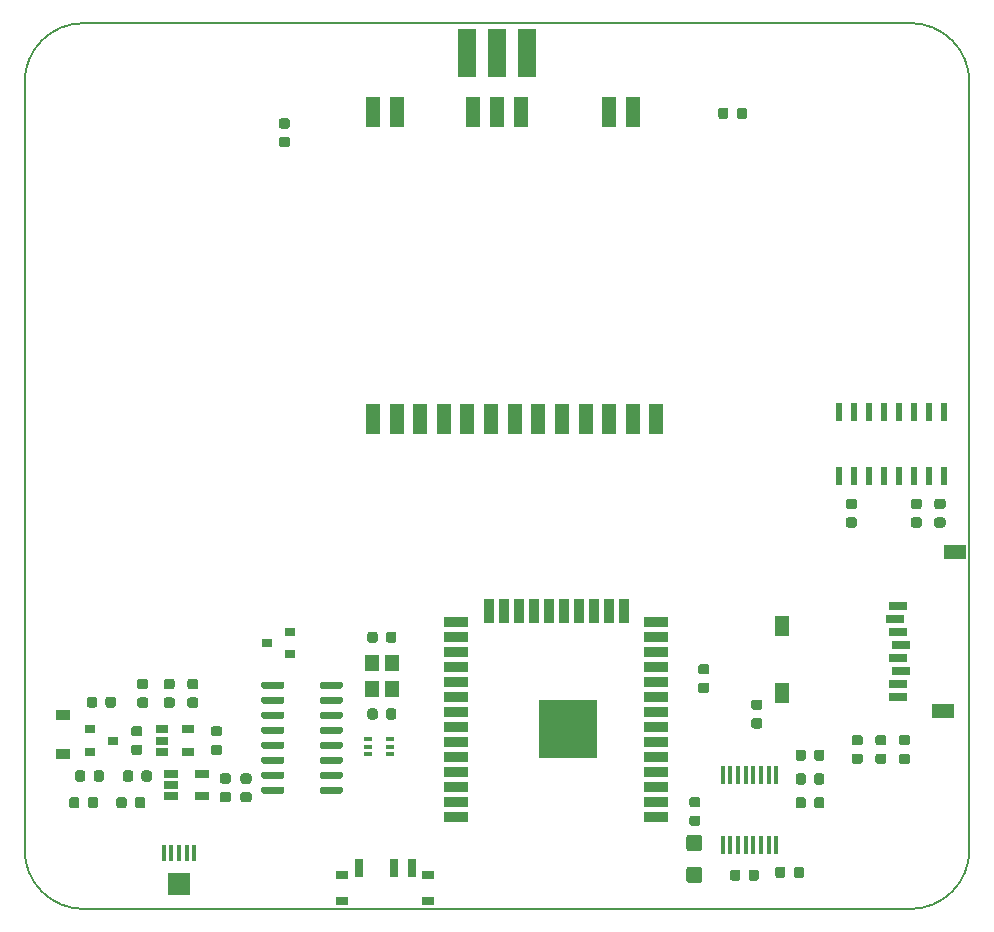
<source format=gbr>
%TF.GenerationSoftware,KiCad,Pcbnew,5.1.6-c6e7f7d~86~ubuntu20.04.1*%
%TF.CreationDate,2020-05-16T11:05:40+02:00*%
%TF.ProjectId,esp32_radio,65737033-325f-4726-9164-696f2e6b6963,V0.1*%
%TF.SameCoordinates,Original*%
%TF.FileFunction,Paste,Top*%
%TF.FilePolarity,Positive*%
%FSLAX46Y46*%
G04 Gerber Fmt 4.6, Leading zero omitted, Abs format (unit mm)*
G04 Created by KiCad (PCBNEW 5.1.6-c6e7f7d~86~ubuntu20.04.1) date 2020-05-16 11:05:40*
%MOMM*%
%LPD*%
G01*
G04 APERTURE LIST*
%TA.AperFunction,Profile*%
%ADD10C,0.150000*%
%TD*%
%ADD11R,2.000000X0.900000*%
%ADD12R,0.900000X2.000000*%
%ADD13R,5.000000X5.000000*%
%ADD14R,0.650000X0.400000*%
%ADD15R,1.200000X1.400000*%
%ADD16R,0.700000X1.500000*%
%ADD17R,1.000000X0.800000*%
%ADD18R,1.524000X4.064000*%
%ADD19R,1.500000X0.800000*%
%ADD20R,1.200000X1.800000*%
%ADD21R,1.900000X1.300000*%
%ADD22R,1.900000X1.900000*%
%ADD23R,0.400000X1.350000*%
%ADD24R,1.270000X2.540000*%
%ADD25R,0.450000X1.500000*%
%ADD26R,1.200000X0.900000*%
%ADD27R,0.900000X0.800000*%
%ADD28R,1.060000X0.650000*%
%ADD29R,1.220000X0.650000*%
%ADD30R,0.600000X1.500000*%
G04 APERTURE END LIST*
D10*
X107188000Y-109088000D02*
G75*
G03*
X112188000Y-114088000I5000000J0D01*
G01*
X182188000Y-114088000D02*
G75*
G03*
X187188000Y-109088000I0J5000000D01*
G01*
X187188000Y-44088000D02*
G75*
G03*
X182188000Y-39088000I-5000000J0D01*
G01*
X112188000Y-39088000D02*
G75*
G03*
X107188000Y-44088000I0J-5000000D01*
G01*
X182188000Y-39088000D02*
X112188000Y-39088000D01*
X187188000Y-109088000D02*
X187188000Y-44088000D01*
X112188000Y-114088000D02*
X182188000Y-114088000D01*
X107188000Y-44088000D02*
X107188000Y-109088000D01*
D11*
X143688000Y-106343000D03*
X143688000Y-105073000D03*
X143688000Y-103803000D03*
X143688000Y-102533000D03*
X143688000Y-101263000D03*
X143688000Y-99993000D03*
X143688000Y-98723000D03*
X143688000Y-97453000D03*
X143688000Y-96183000D03*
X143688000Y-94913000D03*
X143688000Y-93643000D03*
X143688000Y-92373000D03*
X143688000Y-91103000D03*
X143688000Y-89833000D03*
D12*
X146473000Y-88833000D03*
X147743000Y-88833000D03*
X149013000Y-88833000D03*
X150283000Y-88833000D03*
X151553000Y-88833000D03*
X152823000Y-88833000D03*
X154093000Y-88833000D03*
X155363000Y-88833000D03*
X156633000Y-88833000D03*
X157903000Y-88833000D03*
D11*
X160688000Y-89833000D03*
X160688000Y-91103000D03*
X160688000Y-92373000D03*
X160688000Y-93643000D03*
X160688000Y-94913000D03*
X160688000Y-96183000D03*
X160688000Y-97453000D03*
X160688000Y-98723000D03*
X160688000Y-99993000D03*
X160688000Y-101263000D03*
X160688000Y-102533000D03*
X160688000Y-103803000D03*
X160688000Y-105073000D03*
X160688000Y-106343000D03*
D13*
X153188000Y-98843000D03*
D14*
X136238000Y-100988000D03*
X136238000Y-99688000D03*
X138138000Y-100338000D03*
X136238000Y-100338000D03*
X138138000Y-99688000D03*
X138138000Y-100988000D03*
D15*
X136588000Y-95438000D03*
X136588000Y-93238000D03*
X138288000Y-93238000D03*
X138288000Y-95438000D03*
G36*
G01*
X134138000Y-103883000D02*
X134138000Y-104183000D01*
G75*
G02*
X133988000Y-104333000I-150000J0D01*
G01*
X132338000Y-104333000D01*
G75*
G02*
X132188000Y-104183000I0J150000D01*
G01*
X132188000Y-103883000D01*
G75*
G02*
X132338000Y-103733000I150000J0D01*
G01*
X133988000Y-103733000D01*
G75*
G02*
X134138000Y-103883000I0J-150000D01*
G01*
G37*
G36*
G01*
X134138000Y-102613000D02*
X134138000Y-102913000D01*
G75*
G02*
X133988000Y-103063000I-150000J0D01*
G01*
X132338000Y-103063000D01*
G75*
G02*
X132188000Y-102913000I0J150000D01*
G01*
X132188000Y-102613000D01*
G75*
G02*
X132338000Y-102463000I150000J0D01*
G01*
X133988000Y-102463000D01*
G75*
G02*
X134138000Y-102613000I0J-150000D01*
G01*
G37*
G36*
G01*
X134138000Y-101343000D02*
X134138000Y-101643000D01*
G75*
G02*
X133988000Y-101793000I-150000J0D01*
G01*
X132338000Y-101793000D01*
G75*
G02*
X132188000Y-101643000I0J150000D01*
G01*
X132188000Y-101343000D01*
G75*
G02*
X132338000Y-101193000I150000J0D01*
G01*
X133988000Y-101193000D01*
G75*
G02*
X134138000Y-101343000I0J-150000D01*
G01*
G37*
G36*
G01*
X134138000Y-100073000D02*
X134138000Y-100373000D01*
G75*
G02*
X133988000Y-100523000I-150000J0D01*
G01*
X132338000Y-100523000D01*
G75*
G02*
X132188000Y-100373000I0J150000D01*
G01*
X132188000Y-100073000D01*
G75*
G02*
X132338000Y-99923000I150000J0D01*
G01*
X133988000Y-99923000D01*
G75*
G02*
X134138000Y-100073000I0J-150000D01*
G01*
G37*
G36*
G01*
X134138000Y-98803000D02*
X134138000Y-99103000D01*
G75*
G02*
X133988000Y-99253000I-150000J0D01*
G01*
X132338000Y-99253000D01*
G75*
G02*
X132188000Y-99103000I0J150000D01*
G01*
X132188000Y-98803000D01*
G75*
G02*
X132338000Y-98653000I150000J0D01*
G01*
X133988000Y-98653000D01*
G75*
G02*
X134138000Y-98803000I0J-150000D01*
G01*
G37*
G36*
G01*
X134138000Y-97533000D02*
X134138000Y-97833000D01*
G75*
G02*
X133988000Y-97983000I-150000J0D01*
G01*
X132338000Y-97983000D01*
G75*
G02*
X132188000Y-97833000I0J150000D01*
G01*
X132188000Y-97533000D01*
G75*
G02*
X132338000Y-97383000I150000J0D01*
G01*
X133988000Y-97383000D01*
G75*
G02*
X134138000Y-97533000I0J-150000D01*
G01*
G37*
G36*
G01*
X134138000Y-96263000D02*
X134138000Y-96563000D01*
G75*
G02*
X133988000Y-96713000I-150000J0D01*
G01*
X132338000Y-96713000D01*
G75*
G02*
X132188000Y-96563000I0J150000D01*
G01*
X132188000Y-96263000D01*
G75*
G02*
X132338000Y-96113000I150000J0D01*
G01*
X133988000Y-96113000D01*
G75*
G02*
X134138000Y-96263000I0J-150000D01*
G01*
G37*
G36*
G01*
X134138000Y-94993000D02*
X134138000Y-95293000D01*
G75*
G02*
X133988000Y-95443000I-150000J0D01*
G01*
X132338000Y-95443000D01*
G75*
G02*
X132188000Y-95293000I0J150000D01*
G01*
X132188000Y-94993000D01*
G75*
G02*
X132338000Y-94843000I150000J0D01*
G01*
X133988000Y-94843000D01*
G75*
G02*
X134138000Y-94993000I0J-150000D01*
G01*
G37*
G36*
G01*
X129188000Y-94993000D02*
X129188000Y-95293000D01*
G75*
G02*
X129038000Y-95443000I-150000J0D01*
G01*
X127388000Y-95443000D01*
G75*
G02*
X127238000Y-95293000I0J150000D01*
G01*
X127238000Y-94993000D01*
G75*
G02*
X127388000Y-94843000I150000J0D01*
G01*
X129038000Y-94843000D01*
G75*
G02*
X129188000Y-94993000I0J-150000D01*
G01*
G37*
G36*
G01*
X129188000Y-96263000D02*
X129188000Y-96563000D01*
G75*
G02*
X129038000Y-96713000I-150000J0D01*
G01*
X127388000Y-96713000D01*
G75*
G02*
X127238000Y-96563000I0J150000D01*
G01*
X127238000Y-96263000D01*
G75*
G02*
X127388000Y-96113000I150000J0D01*
G01*
X129038000Y-96113000D01*
G75*
G02*
X129188000Y-96263000I0J-150000D01*
G01*
G37*
G36*
G01*
X129188000Y-97533000D02*
X129188000Y-97833000D01*
G75*
G02*
X129038000Y-97983000I-150000J0D01*
G01*
X127388000Y-97983000D01*
G75*
G02*
X127238000Y-97833000I0J150000D01*
G01*
X127238000Y-97533000D01*
G75*
G02*
X127388000Y-97383000I150000J0D01*
G01*
X129038000Y-97383000D01*
G75*
G02*
X129188000Y-97533000I0J-150000D01*
G01*
G37*
G36*
G01*
X129188000Y-98803000D02*
X129188000Y-99103000D01*
G75*
G02*
X129038000Y-99253000I-150000J0D01*
G01*
X127388000Y-99253000D01*
G75*
G02*
X127238000Y-99103000I0J150000D01*
G01*
X127238000Y-98803000D01*
G75*
G02*
X127388000Y-98653000I150000J0D01*
G01*
X129038000Y-98653000D01*
G75*
G02*
X129188000Y-98803000I0J-150000D01*
G01*
G37*
G36*
G01*
X129188000Y-100073000D02*
X129188000Y-100373000D01*
G75*
G02*
X129038000Y-100523000I-150000J0D01*
G01*
X127388000Y-100523000D01*
G75*
G02*
X127238000Y-100373000I0J150000D01*
G01*
X127238000Y-100073000D01*
G75*
G02*
X127388000Y-99923000I150000J0D01*
G01*
X129038000Y-99923000D01*
G75*
G02*
X129188000Y-100073000I0J-150000D01*
G01*
G37*
G36*
G01*
X129188000Y-101343000D02*
X129188000Y-101643000D01*
G75*
G02*
X129038000Y-101793000I-150000J0D01*
G01*
X127388000Y-101793000D01*
G75*
G02*
X127238000Y-101643000I0J150000D01*
G01*
X127238000Y-101343000D01*
G75*
G02*
X127388000Y-101193000I150000J0D01*
G01*
X129038000Y-101193000D01*
G75*
G02*
X129188000Y-101343000I0J-150000D01*
G01*
G37*
G36*
G01*
X129188000Y-102613000D02*
X129188000Y-102913000D01*
G75*
G02*
X129038000Y-103063000I-150000J0D01*
G01*
X127388000Y-103063000D01*
G75*
G02*
X127238000Y-102913000I0J150000D01*
G01*
X127238000Y-102613000D01*
G75*
G02*
X127388000Y-102463000I150000J0D01*
G01*
X129038000Y-102463000D01*
G75*
G02*
X129188000Y-102613000I0J-150000D01*
G01*
G37*
G36*
G01*
X129188000Y-103883000D02*
X129188000Y-104183000D01*
G75*
G02*
X129038000Y-104333000I-150000J0D01*
G01*
X127388000Y-104333000D01*
G75*
G02*
X127238000Y-104183000I0J150000D01*
G01*
X127238000Y-103883000D01*
G75*
G02*
X127388000Y-103733000I150000J0D01*
G01*
X129038000Y-103733000D01*
G75*
G02*
X129188000Y-103883000I0J-150000D01*
G01*
G37*
G36*
G01*
X137788000Y-91344250D02*
X137788000Y-90831750D01*
G75*
G02*
X138006750Y-90613000I218750J0D01*
G01*
X138444250Y-90613000D01*
G75*
G02*
X138663000Y-90831750I0J-218750D01*
G01*
X138663000Y-91344250D01*
G75*
G02*
X138444250Y-91563000I-218750J0D01*
G01*
X138006750Y-91563000D01*
G75*
G02*
X137788000Y-91344250I0J218750D01*
G01*
G37*
G36*
G01*
X136213000Y-91344250D02*
X136213000Y-90831750D01*
G75*
G02*
X136431750Y-90613000I218750J0D01*
G01*
X136869250Y-90613000D01*
G75*
G02*
X137088000Y-90831750I0J-218750D01*
G01*
X137088000Y-91344250D01*
G75*
G02*
X136869250Y-91563000I-218750J0D01*
G01*
X136431750Y-91563000D01*
G75*
G02*
X136213000Y-91344250I0J218750D01*
G01*
G37*
G36*
G01*
X137088000Y-97331750D02*
X137088000Y-97844250D01*
G75*
G02*
X136869250Y-98063000I-218750J0D01*
G01*
X136431750Y-98063000D01*
G75*
G02*
X136213000Y-97844250I0J218750D01*
G01*
X136213000Y-97331750D01*
G75*
G02*
X136431750Y-97113000I218750J0D01*
G01*
X136869250Y-97113000D01*
G75*
G02*
X137088000Y-97331750I0J-218750D01*
G01*
G37*
G36*
G01*
X138663000Y-97331750D02*
X138663000Y-97844250D01*
G75*
G02*
X138444250Y-98063000I-218750J0D01*
G01*
X138006750Y-98063000D01*
G75*
G02*
X137788000Y-97844250I0J218750D01*
G01*
X137788000Y-97331750D01*
G75*
G02*
X138006750Y-97113000I218750J0D01*
G01*
X138444250Y-97113000D01*
G75*
G02*
X138663000Y-97331750I0J-218750D01*
G01*
G37*
G36*
G01*
X123931750Y-104188000D02*
X124444250Y-104188000D01*
G75*
G02*
X124663000Y-104406750I0J-218750D01*
G01*
X124663000Y-104844250D01*
G75*
G02*
X124444250Y-105063000I-218750J0D01*
G01*
X123931750Y-105063000D01*
G75*
G02*
X123713000Y-104844250I0J218750D01*
G01*
X123713000Y-104406750D01*
G75*
G02*
X123931750Y-104188000I218750J0D01*
G01*
G37*
G36*
G01*
X123931750Y-102613000D02*
X124444250Y-102613000D01*
G75*
G02*
X124663000Y-102831750I0J-218750D01*
G01*
X124663000Y-103269250D01*
G75*
G02*
X124444250Y-103488000I-218750J0D01*
G01*
X123931750Y-103488000D01*
G75*
G02*
X123713000Y-103269250I0J218750D01*
G01*
X123713000Y-102831750D01*
G75*
G02*
X123931750Y-102613000I218750J0D01*
G01*
G37*
G36*
G01*
X164194250Y-105488000D02*
X163681750Y-105488000D01*
G75*
G02*
X163463000Y-105269250I0J218750D01*
G01*
X163463000Y-104831750D01*
G75*
G02*
X163681750Y-104613000I218750J0D01*
G01*
X164194250Y-104613000D01*
G75*
G02*
X164413000Y-104831750I0J-218750D01*
G01*
X164413000Y-105269250D01*
G75*
G02*
X164194250Y-105488000I-218750J0D01*
G01*
G37*
G36*
G01*
X164194250Y-107063000D02*
X163681750Y-107063000D01*
G75*
G02*
X163463000Y-106844250I0J218750D01*
G01*
X163463000Y-106406750D01*
G75*
G02*
X163681750Y-106188000I218750J0D01*
G01*
X164194250Y-106188000D01*
G75*
G02*
X164413000Y-106406750I0J-218750D01*
G01*
X164413000Y-106844250D01*
G75*
G02*
X164194250Y-107063000I-218750J0D01*
G01*
G37*
D16*
X135481500Y-110584000D03*
X138481500Y-110584000D03*
X139981500Y-110584000D03*
D17*
X134081500Y-113444000D03*
X141381500Y-113444000D03*
X141381500Y-111234000D03*
X134081500Y-111234000D03*
G36*
G01*
X129444250Y-49600500D02*
X128931750Y-49600500D01*
G75*
G02*
X128713000Y-49381750I0J218750D01*
G01*
X128713000Y-48944250D01*
G75*
G02*
X128931750Y-48725500I218750J0D01*
G01*
X129444250Y-48725500D01*
G75*
G02*
X129663000Y-48944250I0J-218750D01*
G01*
X129663000Y-49381750D01*
G75*
G02*
X129444250Y-49600500I-218750J0D01*
G01*
G37*
G36*
G01*
X129444250Y-48025500D02*
X128931750Y-48025500D01*
G75*
G02*
X128713000Y-47806750I0J218750D01*
G01*
X128713000Y-47369250D01*
G75*
G02*
X128931750Y-47150500I218750J0D01*
G01*
X129444250Y-47150500D01*
G75*
G02*
X129663000Y-47369250I0J-218750D01*
G01*
X129663000Y-47806750D01*
G75*
G02*
X129444250Y-48025500I-218750J0D01*
G01*
G37*
D18*
X144648000Y-41588000D03*
X149728000Y-41588000D03*
X147188000Y-41588000D03*
D19*
X181158000Y-96118000D03*
X181158000Y-95018000D03*
X181358000Y-93918000D03*
X181158000Y-92818000D03*
X181358000Y-91718000D03*
X181158000Y-90618000D03*
X180858000Y-89518000D03*
D20*
X171288000Y-90098000D03*
D21*
X184968000Y-97358000D03*
X185988000Y-83838000D03*
D19*
X181158000Y-88418000D03*
D20*
X171288000Y-95848000D03*
D22*
X120269000Y-112014000D03*
D23*
X118969000Y-109339000D03*
X119619000Y-109339000D03*
X121569000Y-109339000D03*
X120919000Y-109339000D03*
X120269000Y-109339000D03*
G36*
G01*
X112338000Y-102581750D02*
X112338000Y-103094250D01*
G75*
G02*
X112119250Y-103313000I-218750J0D01*
G01*
X111681750Y-103313000D01*
G75*
G02*
X111463000Y-103094250I0J218750D01*
G01*
X111463000Y-102581750D01*
G75*
G02*
X111681750Y-102363000I218750J0D01*
G01*
X112119250Y-102363000D01*
G75*
G02*
X112338000Y-102581750I0J-218750D01*
G01*
G37*
G36*
G01*
X113913000Y-102581750D02*
X113913000Y-103094250D01*
G75*
G02*
X113694250Y-103313000I-218750J0D01*
G01*
X113256750Y-103313000D01*
G75*
G02*
X113038000Y-103094250I0J218750D01*
G01*
X113038000Y-102581750D01*
G75*
G02*
X113256750Y-102363000I218750J0D01*
G01*
X113694250Y-102363000D01*
G75*
G02*
X113913000Y-102581750I0J-218750D01*
G01*
G37*
G36*
G01*
X125681750Y-104188000D02*
X126194250Y-104188000D01*
G75*
G02*
X126413000Y-104406750I0J-218750D01*
G01*
X126413000Y-104844250D01*
G75*
G02*
X126194250Y-105063000I-218750J0D01*
G01*
X125681750Y-105063000D01*
G75*
G02*
X125463000Y-104844250I0J218750D01*
G01*
X125463000Y-104406750D01*
G75*
G02*
X125681750Y-104188000I218750J0D01*
G01*
G37*
G36*
G01*
X125681750Y-102613000D02*
X126194250Y-102613000D01*
G75*
G02*
X126413000Y-102831750I0J-218750D01*
G01*
X126413000Y-103269250D01*
G75*
G02*
X126194250Y-103488000I-218750J0D01*
G01*
X125681750Y-103488000D01*
G75*
G02*
X125463000Y-103269250I0J218750D01*
G01*
X125463000Y-102831750D01*
G75*
G02*
X125681750Y-102613000I218750J0D01*
G01*
G37*
G36*
G01*
X174038000Y-105344250D02*
X174038000Y-104831750D01*
G75*
G02*
X174256750Y-104613000I218750J0D01*
G01*
X174694250Y-104613000D01*
G75*
G02*
X174913000Y-104831750I0J-218750D01*
G01*
X174913000Y-105344250D01*
G75*
G02*
X174694250Y-105563000I-218750J0D01*
G01*
X174256750Y-105563000D01*
G75*
G02*
X174038000Y-105344250I0J218750D01*
G01*
G37*
G36*
G01*
X172463000Y-105344250D02*
X172463000Y-104831750D01*
G75*
G02*
X172681750Y-104613000I218750J0D01*
G01*
X173119250Y-104613000D01*
G75*
G02*
X173338000Y-104831750I0J-218750D01*
G01*
X173338000Y-105344250D01*
G75*
G02*
X173119250Y-105563000I-218750J0D01*
G01*
X172681750Y-105563000D01*
G75*
G02*
X172463000Y-105344250I0J218750D01*
G01*
G37*
G36*
G01*
X174038000Y-103344250D02*
X174038000Y-102831750D01*
G75*
G02*
X174256750Y-102613000I218750J0D01*
G01*
X174694250Y-102613000D01*
G75*
G02*
X174913000Y-102831750I0J-218750D01*
G01*
X174913000Y-103344250D01*
G75*
G02*
X174694250Y-103563000I-218750J0D01*
G01*
X174256750Y-103563000D01*
G75*
G02*
X174038000Y-103344250I0J218750D01*
G01*
G37*
G36*
G01*
X172463000Y-103344250D02*
X172463000Y-102831750D01*
G75*
G02*
X172681750Y-102613000I218750J0D01*
G01*
X173119250Y-102613000D01*
G75*
G02*
X173338000Y-102831750I0J-218750D01*
G01*
X173338000Y-103344250D01*
G75*
G02*
X173119250Y-103563000I-218750J0D01*
G01*
X172681750Y-103563000D01*
G75*
G02*
X172463000Y-103344250I0J218750D01*
G01*
G37*
G36*
G01*
X119694250Y-95488000D02*
X119181750Y-95488000D01*
G75*
G02*
X118963000Y-95269250I0J218750D01*
G01*
X118963000Y-94831750D01*
G75*
G02*
X119181750Y-94613000I218750J0D01*
G01*
X119694250Y-94613000D01*
G75*
G02*
X119913000Y-94831750I0J-218750D01*
G01*
X119913000Y-95269250D01*
G75*
G02*
X119694250Y-95488000I-218750J0D01*
G01*
G37*
G36*
G01*
X119694250Y-97063000D02*
X119181750Y-97063000D01*
G75*
G02*
X118963000Y-96844250I0J218750D01*
G01*
X118963000Y-96406750D01*
G75*
G02*
X119181750Y-96188000I218750J0D01*
G01*
X119694250Y-96188000D01*
G75*
G02*
X119913000Y-96406750I0J-218750D01*
G01*
X119913000Y-96844250D01*
G75*
G02*
X119694250Y-97063000I-218750J0D01*
G01*
G37*
G36*
G01*
X121694250Y-95488000D02*
X121181750Y-95488000D01*
G75*
G02*
X120963000Y-95269250I0J218750D01*
G01*
X120963000Y-94831750D01*
G75*
G02*
X121181750Y-94613000I218750J0D01*
G01*
X121694250Y-94613000D01*
G75*
G02*
X121913000Y-94831750I0J-218750D01*
G01*
X121913000Y-95269250D01*
G75*
G02*
X121694250Y-95488000I-218750J0D01*
G01*
G37*
G36*
G01*
X121694250Y-97063000D02*
X121181750Y-97063000D01*
G75*
G02*
X120963000Y-96844250I0J218750D01*
G01*
X120963000Y-96406750D01*
G75*
G02*
X121181750Y-96188000I218750J0D01*
G01*
X121694250Y-96188000D01*
G75*
G02*
X121913000Y-96406750I0J-218750D01*
G01*
X121913000Y-96844250D01*
G75*
G02*
X121694250Y-97063000I-218750J0D01*
G01*
G37*
G36*
G01*
X168488000Y-111494250D02*
X168488000Y-110981750D01*
G75*
G02*
X168706750Y-110763000I218750J0D01*
G01*
X169144250Y-110763000D01*
G75*
G02*
X169363000Y-110981750I0J-218750D01*
G01*
X169363000Y-111494250D01*
G75*
G02*
X169144250Y-111713000I-218750J0D01*
G01*
X168706750Y-111713000D01*
G75*
G02*
X168488000Y-111494250I0J218750D01*
G01*
G37*
G36*
G01*
X166913000Y-111494250D02*
X166913000Y-110981750D01*
G75*
G02*
X167131750Y-110763000I218750J0D01*
G01*
X167569250Y-110763000D01*
G75*
G02*
X167788000Y-110981750I0J-218750D01*
G01*
X167788000Y-111494250D01*
G75*
G02*
X167569250Y-111713000I-218750J0D01*
G01*
X167131750Y-111713000D01*
G75*
G02*
X166913000Y-111494250I0J218750D01*
G01*
G37*
G36*
G01*
X115838000Y-104831750D02*
X115838000Y-105344250D01*
G75*
G02*
X115619250Y-105563000I-218750J0D01*
G01*
X115181750Y-105563000D01*
G75*
G02*
X114963000Y-105344250I0J218750D01*
G01*
X114963000Y-104831750D01*
G75*
G02*
X115181750Y-104613000I218750J0D01*
G01*
X115619250Y-104613000D01*
G75*
G02*
X115838000Y-104831750I0J-218750D01*
G01*
G37*
G36*
G01*
X117413000Y-104831750D02*
X117413000Y-105344250D01*
G75*
G02*
X117194250Y-105563000I-218750J0D01*
G01*
X116756750Y-105563000D01*
G75*
G02*
X116538000Y-105344250I0J218750D01*
G01*
X116538000Y-104831750D01*
G75*
G02*
X116756750Y-104613000I218750J0D01*
G01*
X117194250Y-104613000D01*
G75*
G02*
X117413000Y-104831750I0J-218750D01*
G01*
G37*
G36*
G01*
X184431750Y-80938000D02*
X184944250Y-80938000D01*
G75*
G02*
X185163000Y-81156750I0J-218750D01*
G01*
X185163000Y-81594250D01*
G75*
G02*
X184944250Y-81813000I-218750J0D01*
G01*
X184431750Y-81813000D01*
G75*
G02*
X184213000Y-81594250I0J218750D01*
G01*
X184213000Y-81156750D01*
G75*
G02*
X184431750Y-80938000I218750J0D01*
G01*
G37*
G36*
G01*
X184431750Y-79363000D02*
X184944250Y-79363000D01*
G75*
G02*
X185163000Y-79581750I0J-218750D01*
G01*
X185163000Y-80019250D01*
G75*
G02*
X184944250Y-80238000I-218750J0D01*
G01*
X184431750Y-80238000D01*
G75*
G02*
X184213000Y-80019250I0J218750D01*
G01*
X184213000Y-79581750D01*
G75*
G02*
X184431750Y-79363000I218750J0D01*
G01*
G37*
G36*
G01*
X113338000Y-96331750D02*
X113338000Y-96844250D01*
G75*
G02*
X113119250Y-97063000I-218750J0D01*
G01*
X112681750Y-97063000D01*
G75*
G02*
X112463000Y-96844250I0J218750D01*
G01*
X112463000Y-96331750D01*
G75*
G02*
X112681750Y-96113000I218750J0D01*
G01*
X113119250Y-96113000D01*
G75*
G02*
X113338000Y-96331750I0J-218750D01*
G01*
G37*
G36*
G01*
X114913000Y-96331750D02*
X114913000Y-96844250D01*
G75*
G02*
X114694250Y-97063000I-218750J0D01*
G01*
X114256750Y-97063000D01*
G75*
G02*
X114038000Y-96844250I0J218750D01*
G01*
X114038000Y-96331750D01*
G75*
G02*
X114256750Y-96113000I218750J0D01*
G01*
X114694250Y-96113000D01*
G75*
G02*
X114913000Y-96331750I0J-218750D01*
G01*
G37*
G36*
G01*
X182431750Y-80938000D02*
X182944250Y-80938000D01*
G75*
G02*
X183163000Y-81156750I0J-218750D01*
G01*
X183163000Y-81594250D01*
G75*
G02*
X182944250Y-81813000I-218750J0D01*
G01*
X182431750Y-81813000D01*
G75*
G02*
X182213000Y-81594250I0J218750D01*
G01*
X182213000Y-81156750D01*
G75*
G02*
X182431750Y-80938000I218750J0D01*
G01*
G37*
G36*
G01*
X182431750Y-79363000D02*
X182944250Y-79363000D01*
G75*
G02*
X183163000Y-79581750I0J-218750D01*
G01*
X183163000Y-80019250D01*
G75*
G02*
X182944250Y-80238000I-218750J0D01*
G01*
X182431750Y-80238000D01*
G75*
G02*
X182213000Y-80019250I0J218750D01*
G01*
X182213000Y-79581750D01*
G75*
G02*
X182431750Y-79363000I218750J0D01*
G01*
G37*
G36*
G01*
X163468499Y-110505000D02*
X164318501Y-110505000D01*
G75*
G02*
X164568500Y-110754999I0J-249999D01*
G01*
X164568500Y-111655001D01*
G75*
G02*
X164318501Y-111905000I-249999J0D01*
G01*
X163468499Y-111905000D01*
G75*
G02*
X163218500Y-111655001I0J249999D01*
G01*
X163218500Y-110754999D01*
G75*
G02*
X163468499Y-110505000I249999J0D01*
G01*
G37*
G36*
G01*
X163468499Y-107805000D02*
X164318501Y-107805000D01*
G75*
G02*
X164568500Y-108054999I0J-249999D01*
G01*
X164568500Y-108955001D01*
G75*
G02*
X164318501Y-109205000I-249999J0D01*
G01*
X163468499Y-109205000D01*
G75*
G02*
X163218500Y-108955001I0J249999D01*
G01*
X163218500Y-108054999D01*
G75*
G02*
X163468499Y-107805000I249999J0D01*
G01*
G37*
G36*
G01*
X171608000Y-110741750D02*
X171608000Y-111254250D01*
G75*
G02*
X171389250Y-111473000I-218750J0D01*
G01*
X170951750Y-111473000D01*
G75*
G02*
X170733000Y-111254250I0J218750D01*
G01*
X170733000Y-110741750D01*
G75*
G02*
X170951750Y-110523000I218750J0D01*
G01*
X171389250Y-110523000D01*
G75*
G02*
X171608000Y-110741750I0J-218750D01*
G01*
G37*
G36*
G01*
X173183000Y-110741750D02*
X173183000Y-111254250D01*
G75*
G02*
X172964250Y-111473000I-218750J0D01*
G01*
X172526750Y-111473000D01*
G75*
G02*
X172308000Y-111254250I0J218750D01*
G01*
X172308000Y-110741750D01*
G75*
G02*
X172526750Y-110523000I218750J0D01*
G01*
X172964250Y-110523000D01*
G75*
G02*
X173183000Y-110741750I0J-218750D01*
G01*
G37*
G36*
G01*
X112538000Y-105344250D02*
X112538000Y-104831750D01*
G75*
G02*
X112756750Y-104613000I218750J0D01*
G01*
X113194250Y-104613000D01*
G75*
G02*
X113413000Y-104831750I0J-218750D01*
G01*
X113413000Y-105344250D01*
G75*
G02*
X113194250Y-105563000I-218750J0D01*
G01*
X112756750Y-105563000D01*
G75*
G02*
X112538000Y-105344250I0J218750D01*
G01*
G37*
G36*
G01*
X110963000Y-105344250D02*
X110963000Y-104831750D01*
G75*
G02*
X111181750Y-104613000I218750J0D01*
G01*
X111619250Y-104613000D01*
G75*
G02*
X111838000Y-104831750I0J-218750D01*
G01*
X111838000Y-105344250D01*
G75*
G02*
X111619250Y-105563000I-218750J0D01*
G01*
X111181750Y-105563000D01*
G75*
G02*
X110963000Y-105344250I0J218750D01*
G01*
G37*
G36*
G01*
X116388000Y-102581750D02*
X116388000Y-103094250D01*
G75*
G02*
X116169250Y-103313000I-218750J0D01*
G01*
X115731750Y-103313000D01*
G75*
G02*
X115513000Y-103094250I0J218750D01*
G01*
X115513000Y-102581750D01*
G75*
G02*
X115731750Y-102363000I218750J0D01*
G01*
X116169250Y-102363000D01*
G75*
G02*
X116388000Y-102581750I0J-218750D01*
G01*
G37*
G36*
G01*
X117963000Y-102581750D02*
X117963000Y-103094250D01*
G75*
G02*
X117744250Y-103313000I-218750J0D01*
G01*
X117306750Y-103313000D01*
G75*
G02*
X117088000Y-103094250I0J218750D01*
G01*
X117088000Y-102581750D01*
G75*
G02*
X117306750Y-102363000I218750J0D01*
G01*
X117744250Y-102363000D01*
G75*
G02*
X117963000Y-102581750I0J-218750D01*
G01*
G37*
G36*
G01*
X123181750Y-100188000D02*
X123694250Y-100188000D01*
G75*
G02*
X123913000Y-100406750I0J-218750D01*
G01*
X123913000Y-100844250D01*
G75*
G02*
X123694250Y-101063000I-218750J0D01*
G01*
X123181750Y-101063000D01*
G75*
G02*
X122963000Y-100844250I0J218750D01*
G01*
X122963000Y-100406750D01*
G75*
G02*
X123181750Y-100188000I218750J0D01*
G01*
G37*
G36*
G01*
X123181750Y-98613000D02*
X123694250Y-98613000D01*
G75*
G02*
X123913000Y-98831750I0J-218750D01*
G01*
X123913000Y-99269250D01*
G75*
G02*
X123694250Y-99488000I-218750J0D01*
G01*
X123181750Y-99488000D01*
G75*
G02*
X122963000Y-99269250I0J218750D01*
G01*
X122963000Y-98831750D01*
G75*
G02*
X123181750Y-98613000I218750J0D01*
G01*
G37*
G36*
G01*
X169444250Y-97238000D02*
X168931750Y-97238000D01*
G75*
G02*
X168713000Y-97019250I0J218750D01*
G01*
X168713000Y-96581750D01*
G75*
G02*
X168931750Y-96363000I218750J0D01*
G01*
X169444250Y-96363000D01*
G75*
G02*
X169663000Y-96581750I0J-218750D01*
G01*
X169663000Y-97019250D01*
G75*
G02*
X169444250Y-97238000I-218750J0D01*
G01*
G37*
G36*
G01*
X169444250Y-98813000D02*
X168931750Y-98813000D01*
G75*
G02*
X168713000Y-98594250I0J218750D01*
G01*
X168713000Y-98156750D01*
G75*
G02*
X168931750Y-97938000I218750J0D01*
G01*
X169444250Y-97938000D01*
G75*
G02*
X169663000Y-98156750I0J-218750D01*
G01*
X169663000Y-98594250D01*
G75*
G02*
X169444250Y-98813000I-218750J0D01*
G01*
G37*
G36*
G01*
X177444250Y-80238000D02*
X176931750Y-80238000D01*
G75*
G02*
X176713000Y-80019250I0J218750D01*
G01*
X176713000Y-79581750D01*
G75*
G02*
X176931750Y-79363000I218750J0D01*
G01*
X177444250Y-79363000D01*
G75*
G02*
X177663000Y-79581750I0J-218750D01*
G01*
X177663000Y-80019250D01*
G75*
G02*
X177444250Y-80238000I-218750J0D01*
G01*
G37*
G36*
G01*
X177444250Y-81813000D02*
X176931750Y-81813000D01*
G75*
G02*
X176713000Y-81594250I0J218750D01*
G01*
X176713000Y-81156750D01*
G75*
G02*
X176931750Y-80938000I218750J0D01*
G01*
X177444250Y-80938000D01*
G75*
G02*
X177663000Y-81156750I0J-218750D01*
G01*
X177663000Y-81594250D01*
G75*
G02*
X177444250Y-81813000I-218750J0D01*
G01*
G37*
G36*
G01*
X116931750Y-96188000D02*
X117444250Y-96188000D01*
G75*
G02*
X117663000Y-96406750I0J-218750D01*
G01*
X117663000Y-96844250D01*
G75*
G02*
X117444250Y-97063000I-218750J0D01*
G01*
X116931750Y-97063000D01*
G75*
G02*
X116713000Y-96844250I0J218750D01*
G01*
X116713000Y-96406750D01*
G75*
G02*
X116931750Y-96188000I218750J0D01*
G01*
G37*
G36*
G01*
X116931750Y-94613000D02*
X117444250Y-94613000D01*
G75*
G02*
X117663000Y-94831750I0J-218750D01*
G01*
X117663000Y-95269250D01*
G75*
G02*
X117444250Y-95488000I-218750J0D01*
G01*
X116931750Y-95488000D01*
G75*
G02*
X116713000Y-95269250I0J218750D01*
G01*
X116713000Y-94831750D01*
G75*
G02*
X116931750Y-94613000I218750J0D01*
G01*
G37*
G36*
G01*
X168357000Y-46479750D02*
X168357000Y-46992250D01*
G75*
G02*
X168138250Y-47211000I-218750J0D01*
G01*
X167700750Y-47211000D01*
G75*
G02*
X167482000Y-46992250I0J218750D01*
G01*
X167482000Y-46479750D01*
G75*
G02*
X167700750Y-46261000I218750J0D01*
G01*
X168138250Y-46261000D01*
G75*
G02*
X168357000Y-46479750I0J-218750D01*
G01*
G37*
G36*
G01*
X166782000Y-46479750D02*
X166782000Y-46992250D01*
G75*
G02*
X166563250Y-47211000I-218750J0D01*
G01*
X166125750Y-47211000D01*
G75*
G02*
X165907000Y-46992250I0J218750D01*
G01*
X165907000Y-46479750D01*
G75*
G02*
X166125750Y-46261000I218750J0D01*
G01*
X166563250Y-46261000D01*
G75*
G02*
X166782000Y-46479750I0J-218750D01*
G01*
G37*
G36*
G01*
X177944250Y-100238000D02*
X177431750Y-100238000D01*
G75*
G02*
X177213000Y-100019250I0J218750D01*
G01*
X177213000Y-99581750D01*
G75*
G02*
X177431750Y-99363000I218750J0D01*
G01*
X177944250Y-99363000D01*
G75*
G02*
X178163000Y-99581750I0J-218750D01*
G01*
X178163000Y-100019250D01*
G75*
G02*
X177944250Y-100238000I-218750J0D01*
G01*
G37*
G36*
G01*
X177944250Y-101813000D02*
X177431750Y-101813000D01*
G75*
G02*
X177213000Y-101594250I0J218750D01*
G01*
X177213000Y-101156750D01*
G75*
G02*
X177431750Y-100938000I218750J0D01*
G01*
X177944250Y-100938000D01*
G75*
G02*
X178163000Y-101156750I0J-218750D01*
G01*
X178163000Y-101594250D01*
G75*
G02*
X177944250Y-101813000I-218750J0D01*
G01*
G37*
G36*
G01*
X181431750Y-100938000D02*
X181944250Y-100938000D01*
G75*
G02*
X182163000Y-101156750I0J-218750D01*
G01*
X182163000Y-101594250D01*
G75*
G02*
X181944250Y-101813000I-218750J0D01*
G01*
X181431750Y-101813000D01*
G75*
G02*
X181213000Y-101594250I0J218750D01*
G01*
X181213000Y-101156750D01*
G75*
G02*
X181431750Y-100938000I218750J0D01*
G01*
G37*
G36*
G01*
X181431750Y-99363000D02*
X181944250Y-99363000D01*
G75*
G02*
X182163000Y-99581750I0J-218750D01*
G01*
X182163000Y-100019250D01*
G75*
G02*
X181944250Y-100238000I-218750J0D01*
G01*
X181431750Y-100238000D01*
G75*
G02*
X181213000Y-100019250I0J218750D01*
G01*
X181213000Y-99581750D01*
G75*
G02*
X181431750Y-99363000I218750J0D01*
G01*
G37*
G36*
G01*
X179431750Y-100938000D02*
X179944250Y-100938000D01*
G75*
G02*
X180163000Y-101156750I0J-218750D01*
G01*
X180163000Y-101594250D01*
G75*
G02*
X179944250Y-101813000I-218750J0D01*
G01*
X179431750Y-101813000D01*
G75*
G02*
X179213000Y-101594250I0J218750D01*
G01*
X179213000Y-101156750D01*
G75*
G02*
X179431750Y-100938000I218750J0D01*
G01*
G37*
G36*
G01*
X179431750Y-99363000D02*
X179944250Y-99363000D01*
G75*
G02*
X180163000Y-99581750I0J-218750D01*
G01*
X180163000Y-100019250D01*
G75*
G02*
X179944250Y-100238000I-218750J0D01*
G01*
X179431750Y-100238000D01*
G75*
G02*
X179213000Y-100019250I0J218750D01*
G01*
X179213000Y-99581750D01*
G75*
G02*
X179431750Y-99363000I218750J0D01*
G01*
G37*
G36*
G01*
X164944250Y-94238000D02*
X164431750Y-94238000D01*
G75*
G02*
X164213000Y-94019250I0J218750D01*
G01*
X164213000Y-93581750D01*
G75*
G02*
X164431750Y-93363000I218750J0D01*
G01*
X164944250Y-93363000D01*
G75*
G02*
X165163000Y-93581750I0J-218750D01*
G01*
X165163000Y-94019250D01*
G75*
G02*
X164944250Y-94238000I-218750J0D01*
G01*
G37*
G36*
G01*
X164944250Y-95813000D02*
X164431750Y-95813000D01*
G75*
G02*
X164213000Y-95594250I0J218750D01*
G01*
X164213000Y-95156750D01*
G75*
G02*
X164431750Y-94938000I218750J0D01*
G01*
X164944250Y-94938000D01*
G75*
G02*
X165163000Y-95156750I0J-218750D01*
G01*
X165163000Y-95594250D01*
G75*
G02*
X164944250Y-95813000I-218750J0D01*
G01*
G37*
G36*
G01*
X174038000Y-101344250D02*
X174038000Y-100831750D01*
G75*
G02*
X174256750Y-100613000I218750J0D01*
G01*
X174694250Y-100613000D01*
G75*
G02*
X174913000Y-100831750I0J-218750D01*
G01*
X174913000Y-101344250D01*
G75*
G02*
X174694250Y-101563000I-218750J0D01*
G01*
X174256750Y-101563000D01*
G75*
G02*
X174038000Y-101344250I0J218750D01*
G01*
G37*
G36*
G01*
X172463000Y-101344250D02*
X172463000Y-100831750D01*
G75*
G02*
X172681750Y-100613000I218750J0D01*
G01*
X173119250Y-100613000D01*
G75*
G02*
X173338000Y-100831750I0J-218750D01*
G01*
X173338000Y-101344250D01*
G75*
G02*
X173119250Y-101563000I-218750J0D01*
G01*
X172681750Y-101563000D01*
G75*
G02*
X172463000Y-101344250I0J218750D01*
G01*
G37*
G36*
G01*
X116431750Y-100188000D02*
X116944250Y-100188000D01*
G75*
G02*
X117163000Y-100406750I0J-218750D01*
G01*
X117163000Y-100844250D01*
G75*
G02*
X116944250Y-101063000I-218750J0D01*
G01*
X116431750Y-101063000D01*
G75*
G02*
X116213000Y-100844250I0J218750D01*
G01*
X116213000Y-100406750D01*
G75*
G02*
X116431750Y-100188000I218750J0D01*
G01*
G37*
G36*
G01*
X116431750Y-98613000D02*
X116944250Y-98613000D01*
G75*
G02*
X117163000Y-98831750I0J-218750D01*
G01*
X117163000Y-99269250D01*
G75*
G02*
X116944250Y-99488000I-218750J0D01*
G01*
X116431750Y-99488000D01*
G75*
G02*
X116213000Y-99269250I0J218750D01*
G01*
X116213000Y-98831750D01*
G75*
G02*
X116431750Y-98613000I218750J0D01*
G01*
G37*
D24*
X160688000Y-72588000D03*
X149188000Y-46588000D03*
X147188000Y-46588000D03*
X145188000Y-46588000D03*
X136688000Y-46588000D03*
X156688000Y-46588000D03*
X138688000Y-46588000D03*
X158688000Y-46588000D03*
X158688000Y-72588000D03*
X156688000Y-72588000D03*
X154688000Y-72588000D03*
X152688000Y-72588000D03*
X150688000Y-72588000D03*
X148688000Y-72588000D03*
X146688000Y-72588000D03*
X144688000Y-72588000D03*
X142688000Y-72588000D03*
X140688000Y-72588000D03*
X138688000Y-72588000D03*
X136688000Y-72588000D03*
D25*
X170838000Y-102738000D03*
X170188000Y-102738000D03*
X169538000Y-102738000D03*
X168888000Y-102738000D03*
X168238000Y-102738000D03*
X167588000Y-102738000D03*
X166938000Y-102738000D03*
X166288000Y-102738000D03*
X166288000Y-108638000D03*
X166938000Y-108638000D03*
X167588000Y-108638000D03*
X168238000Y-108638000D03*
X168888000Y-108638000D03*
X169538000Y-108638000D03*
X170188000Y-108638000D03*
X170838000Y-108638000D03*
D26*
X110438000Y-97688000D03*
X110438000Y-100988000D03*
D27*
X112688000Y-98888000D03*
X112688000Y-100788000D03*
X114688000Y-99838000D03*
X129688000Y-92538000D03*
X129688000Y-90638000D03*
X127688000Y-91588000D03*
D28*
X118838000Y-98888000D03*
X118838000Y-99838000D03*
X118838000Y-100788000D03*
X121038000Y-100788000D03*
X121038000Y-98888000D03*
D29*
X119628000Y-102638000D03*
X119628000Y-103588000D03*
X119628000Y-104538000D03*
X122248000Y-104538000D03*
X122248000Y-102638000D03*
D30*
X185033000Y-72038000D03*
X183763000Y-72038000D03*
X182493000Y-72038000D03*
X181223000Y-72038000D03*
X179953000Y-72038000D03*
X178683000Y-72038000D03*
X177413000Y-72038000D03*
X176143000Y-72038000D03*
X176143000Y-77438000D03*
X177413000Y-77438000D03*
X178683000Y-77438000D03*
X179953000Y-77438000D03*
X181223000Y-77438000D03*
X182493000Y-77438000D03*
X183763000Y-77438000D03*
X185033000Y-77438000D03*
M02*

</source>
